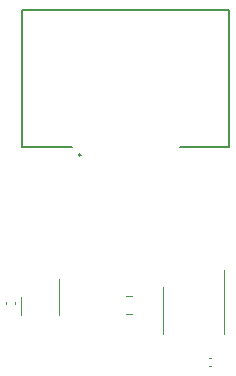
<source format=gbr>
%TF.GenerationSoftware,KiCad,Pcbnew,(6.0.9)*%
%TF.CreationDate,2022-11-26T14:04:05+01:00*%
%TF.ProjectId,SEN_PCB,53454e5f-5043-4422-9e6b-696361645f70,rev?*%
%TF.SameCoordinates,Original*%
%TF.FileFunction,Legend,Top*%
%TF.FilePolarity,Positive*%
%FSLAX46Y46*%
G04 Gerber Fmt 4.6, Leading zero omitted, Abs format (unit mm)*
G04 Created by KiCad (PCBNEW (6.0.9)) date 2022-11-26 14:04:05*
%MOMM*%
%LPD*%
G01*
G04 APERTURE LIST*
%ADD10C,0.200000*%
%ADD11C,0.120000*%
G04 APERTURE END LIST*
D10*
%TO.C,J1*%
X67480000Y-63180000D02*
X67480000Y-51620000D01*
X72440000Y-63880000D02*
X72440000Y-63880000D01*
X83250000Y-51620000D02*
X85020000Y-51620000D01*
X72240000Y-63880000D02*
X72240000Y-63880000D01*
X67480000Y-51620000D02*
X83250000Y-51620000D01*
X85020000Y-51620000D02*
X85020000Y-63180000D01*
X85020000Y-63180000D02*
X80850000Y-63180000D01*
X71650000Y-63180000D02*
X67480000Y-63180000D01*
X72240000Y-63880000D02*
G75*
G03*
X72440000Y-63880000I100000J0D01*
G01*
X72440000Y-63880000D02*
G75*
G03*
X72240000Y-63880000I-100000J0D01*
G01*
D11*
%TO.C,U2*%
X84525800Y-77038200D02*
X84525800Y-78988200D01*
X79405800Y-77038200D02*
X79405800Y-75088200D01*
X84525800Y-77038200D02*
X84525800Y-73588200D01*
X79405800Y-77038200D02*
X79405800Y-78988200D01*
%TO.C,C3*%
X76791452Y-75846000D02*
X76268948Y-75846000D01*
X76791452Y-77316000D02*
X76268948Y-77316000D01*
%TO.C,C1*%
X66846400Y-76503036D02*
X66846400Y-76287364D01*
X66126400Y-76503036D02*
X66126400Y-76287364D01*
%TO.C,C2*%
X83496036Y-81047000D02*
X83280364Y-81047000D01*
X83496036Y-81767000D02*
X83280364Y-81767000D01*
%TO.C,U1*%
X67376400Y-75895200D02*
X67376400Y-77395200D01*
X70596400Y-74395200D02*
X70596400Y-77395200D01*
%TD*%
M02*

</source>
